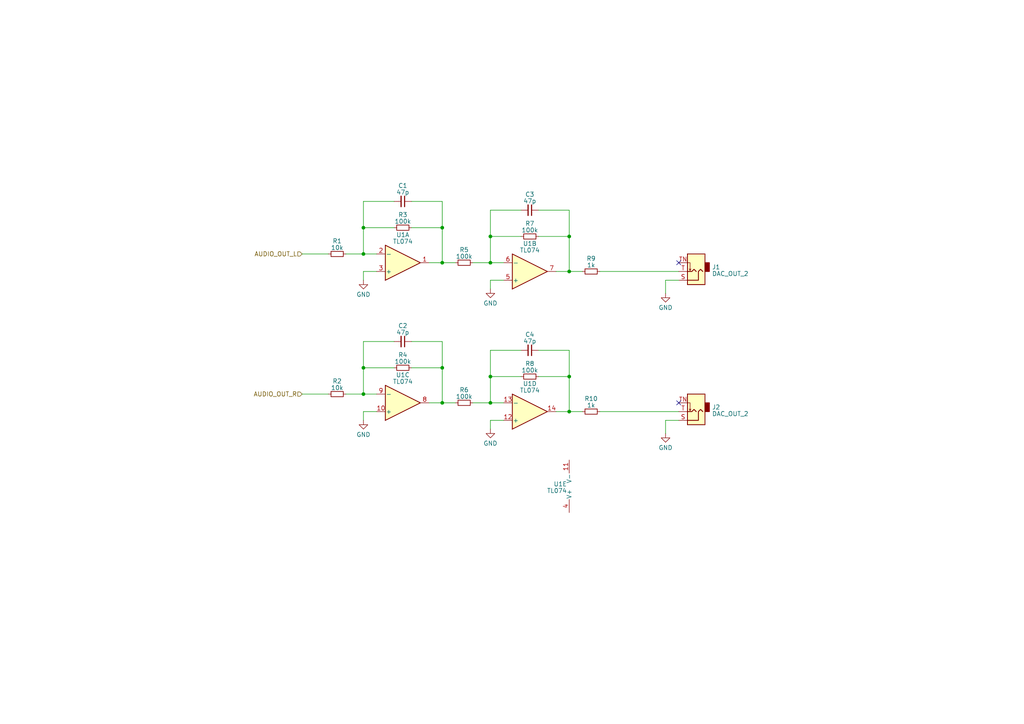
<source format=kicad_sch>
(kicad_sch (version 20230121) (generator eeschema)
  (paper "A4")
  (lib_symbols
    (symbol "Amplifier_Operational:TL074" (pin_names (offset 0.127))
      (property "Reference" "U" (at 0 5.08 0))
      (property "Value" "TL074" (at 0 -5.08 0))
      (symbol "TL074_1_1"
        (polyline (pts (xy -5.08 5.08) (xy 5.08 0) (xy -5.08 -5.08) (xy -5.08 5.08)) (stroke (width 0.254)) (fill (type background)))
        (pin output line (at 7.62 0 180) (length 2.54) (name "~") (number "1"))
        (pin input line (at -7.62 -2.54 0) (length 2.54) (name "-") (number "2"))
        (pin input line (at -7.62 2.54 0) (length 2.54) (name "+") (number "3"))
      )
      (symbol "TL074_2_1"
        (polyline (pts (xy -5.08 5.08) (xy 5.08 0) (xy -5.08 -5.08) (xy -5.08 5.08)) (stroke (width 0.254)) (fill (type background)))
        (pin input line (at -7.62 2.54 0) (length 2.54) (name "+") (number "5"))
        (pin input line (at -7.62 -2.54 0) (length 2.54) (name "-") (number "6"))
        (pin output line (at 7.62 0 180) (length 2.54) (name "~") (number "7"))
      )
      (symbol "TL074_3_1"
        (polyline (pts (xy -5.08 5.08) (xy 5.08 0) (xy -5.08 -5.08) (xy -5.08 5.08)) (stroke (width 0.254)) (fill (type background)))
        (pin input line (at -7.62 2.54 0) (length 2.54) (name "+") (number "10"))
        (pin output line (at 7.62 0 180) (length 2.54) (name "~") (number "8"))
        (pin input line (at -7.62 -2.54 0) (length 2.54) (name "-") (number "9"))
      )
      (symbol "TL074_4_1"
        (polyline (pts (xy -5.08 5.08) (xy 5.08 0) (xy -5.08 -5.08) (xy -5.08 5.08)) (stroke (width 0.254)) (fill (type background)))
        (pin input line (at -7.62 2.54 0) (length 2.54) (name "+") (number "12"))
        (pin input line (at -7.62 -2.54 0) (length 2.54) (name "-") (number "13"))
        (pin output line (at 7.62 0 180) (length 2.54) (name "~") (number "14"))
      )
      (symbol "TL074_5_1"
        (pin power_in line (at -2.54 -7.62 90) (length 3.81) (name "V-") (number "11"))
        (pin power_in line (at -2.54 7.62 270) (length 3.81) (name "V+") (number "4"))
      )
    )
    (symbol "Connector_Audio:AudioJack2_SwitchT"
      (property "Reference" "J" (at 0 8.89 0))
      (property "Value" "AudioJack2_SwitchT" (at 0 6.35 0))
      (symbol "AudioJack2_SwitchT_0_1"
        (rectangle (start -2.54 0) (end -3.81 -2.54) (stroke (width 0.254)) (fill (type outline)))
        (polyline (pts (xy 1.778 -0.254) (xy 2.032 -0.762)))
        (polyline (pts (xy 0 0) (xy 0.635 -0.635) (xy 1.27 0) (xy 2.54 0)) (stroke (width 0.254)))
        (polyline (pts (xy 2.54 -2.54) (xy 1.778 -2.54) (xy 1.778 -0.254) (xy 1.524 -0.762)))
        (polyline (pts (xy 2.54 2.54) (xy -0.635 2.54) (xy -0.635 0) (xy -1.27 -0.635) (xy -1.905 0)) (stroke (width 0.254)))
        (rectangle (start 2.54 3.81) (end -2.54 -5.08) (stroke (width 0.254)) (fill (type background)))
      )
      (symbol "AudioJack2_SwitchT_1_1"
        (pin passive line (at 5.08 2.54 180) (length 2.54) (name "~") (number "S"))
        (pin passive line (at 5.08 0 180) (length 2.54) (name "~") (number "T"))
        (pin passive line (at 5.08 -2.54 180) (length 2.54) (name "~") (number "TN"))
      )
    )
    (symbol "Device:C_Small" (pin_numbers hide) (pin_names (offset 0.254) hide)
      (property "Reference" "C" (at 0.254 1.778 0))
      (property "Value" "C_Small" (at 0.254 -2.032 0))
      (symbol "C_Small_0_1"
        (polyline (pts (xy -1.524 -0.508) (xy 1.524 -0.508)) (stroke (width 0.3302)))
        (polyline (pts (xy -1.524 0.508) (xy 1.524 0.508)) (stroke (width 0.3048)))
      )
      (symbol "C_Small_1_1"
        (pin passive line (at 0 2.54 270) (length 2.032) (name "~") (number "1"))
        (pin passive line (at 0 -2.54 90) (length 2.032) (name "~") (number "2"))
      )
    )
    (symbol "Device:R_Small" (pin_numbers hide) (pin_names (offset 0.254) hide)
      (property "Reference" "R" (at 0.762 0.508 0))
      (property "Value" "R_Small" (at 0.762 -1.016 0))
      (symbol "R_Small_0_1"
        (rectangle (start -0.762 1.778) (end 0.762 -1.778) (stroke (width 0.2032)))
      )
      (symbol "R_Small_1_1"
        (pin passive line (at 0 2.54 270) (length 0.762) (name "~") (number "1"))
        (pin passive line (at 0 -2.54 90) (length 0.762) (name "~") (number "2"))
      )
    )
    (symbol "power:GND" (power) (pin_names (offset 0))
      (property "Value" "GND" (at 0 -3.81 0))
      (symbol "GND_0_1"
        (polyline (pts (xy 0 0) (xy 0 -1.27) (xy 1.27 -1.27) (xy 0 -2.54) (xy -1.27 -1.27) (xy 0 -1.27)))
      )
      (symbol "GND_1_1"
        (pin power_in line (at 0 0 270) (length 0) hide (name "GND") (number "1"))
      )
    )
  )
  (junction (at 165.1 78.74))
  (junction (at 142.24 68.58))
  (junction (at 105.41 66.04))
  (junction (at 165.1 68.58))
  (junction (at 165.1 109.22))
  (junction (at 105.41 106.68))
  (junction (at 128.27 66.04))
  (junction (at 142.24 116.84))
  (junction (at 105.41 73.66))
  (junction (at 165.1 119.38))
  (junction (at 128.27 106.68))
  (junction (at 128.27 76.2))
  (junction (at 142.24 109.22))
  (junction (at 142.24 76.2))
  (junction (at 105.41 114.3))
  (junction (at 128.27 116.84))
  (no_connect (at 196.85 116.84))
  (no_connect (at 196.85 76.2))
  (wire (pts (xy 128.27 99.06) (xy 128.27 106.68)))
  (wire (pts (xy 100.33 114.3) (xy 105.41 114.3)))
  (wire (pts (xy 128.27 106.68) (xy 128.27 116.84)))
  (wire (pts (xy 142.24 68.58) (xy 142.24 60.96)))
  (wire (pts (xy 142.24 68.58) (xy 151.13 68.58)))
  (wire (pts (xy 105.41 66.04) (xy 105.41 58.42)))
  (wire (pts (xy 196.85 121.92) (xy 193.04 121.92)))
  (wire (pts (xy 128.27 76.2) (xy 132.08 76.2)))
  (wire (pts (xy 165.1 78.74) (xy 168.91 78.74)))
  (wire (pts (xy 173.99 78.74) (xy 196.85 78.74)))
  (wire (pts (xy 105.41 99.06) (xy 114.3 99.06)))
  (wire (pts (xy 142.24 81.28) (xy 146.05 81.28)))
  (wire (pts (xy 87.63 114.3) (xy 95.25 114.3)))
  (wire (pts (xy 156.21 101.6) (xy 165.1 101.6)))
  (wire (pts (xy 124.46 76.2) (xy 128.27 76.2)))
  (wire (pts (xy 105.41 73.66) (xy 109.22 73.66)))
  (wire (pts (xy 100.33 73.66) (xy 105.41 73.66)))
  (wire (pts (xy 161.29 78.74) (xy 165.1 78.74)))
  (wire (pts (xy 193.04 121.92) (xy 193.04 125.73)))
  (wire (pts (xy 119.38 58.42) (xy 128.27 58.42)))
  (wire (pts (xy 87.63 73.66) (xy 95.25 73.66)))
  (wire (pts (xy 142.24 121.92) (xy 146.05 121.92)))
  (wire (pts (xy 142.24 116.84) (xy 146.05 116.84)))
  (wire (pts (xy 105.41 106.68) (xy 114.3 106.68)))
  (wire (pts (xy 165.1 101.6) (xy 165.1 109.22)))
  (wire (pts (xy 156.21 60.96) (xy 165.1 60.96)))
  (wire (pts (xy 105.41 78.74) (xy 109.22 78.74)))
  (wire (pts (xy 105.41 73.66) (xy 105.41 66.04)))
  (wire (pts (xy 142.24 101.6) (xy 151.13 101.6)))
  (wire (pts (xy 173.99 119.38) (xy 196.85 119.38)))
  (wire (pts (xy 137.16 76.2) (xy 142.24 76.2)))
  (wire (pts (xy 142.24 83.82) (xy 142.24 81.28)))
  (wire (pts (xy 105.41 114.3) (xy 109.22 114.3)))
  (wire (pts (xy 142.24 76.2) (xy 142.24 68.58)))
  (wire (pts (xy 142.24 109.22) (xy 142.24 101.6)))
  (wire (pts (xy 142.24 124.46) (xy 142.24 121.92)))
  (wire (pts (xy 105.41 81.28) (xy 105.41 78.74)))
  (wire (pts (xy 165.1 60.96) (xy 165.1 68.58)))
  (wire (pts (xy 105.41 58.42) (xy 114.3 58.42)))
  (wire (pts (xy 142.24 60.96) (xy 151.13 60.96)))
  (wire (pts (xy 196.85 81.28) (xy 193.04 81.28)))
  (wire (pts (xy 193.04 81.28) (xy 193.04 85.09)))
  (wire (pts (xy 128.27 58.42) (xy 128.27 66.04)))
  (wire (pts (xy 105.41 119.38) (xy 109.22 119.38)))
  (wire (pts (xy 119.38 66.04) (xy 128.27 66.04)))
  (wire (pts (xy 128.27 66.04) (xy 128.27 76.2)))
  (wire (pts (xy 105.41 114.3) (xy 105.41 106.68)))
  (wire (pts (xy 105.41 106.68) (xy 105.41 99.06)))
  (wire (pts (xy 156.21 109.22) (xy 165.1 109.22)))
  (wire (pts (xy 142.24 76.2) (xy 146.05 76.2)))
  (wire (pts (xy 165.1 119.38) (xy 168.91 119.38)))
  (wire (pts (xy 128.27 116.84) (xy 132.08 116.84)))
  (wire (pts (xy 142.24 116.84) (xy 142.24 109.22)))
  (wire (pts (xy 124.46 116.84) (xy 128.27 116.84)))
  (wire (pts (xy 161.29 119.38) (xy 165.1 119.38)))
  (wire (pts (xy 105.41 121.92) (xy 105.41 119.38)))
  (wire (pts (xy 137.16 116.84) (xy 142.24 116.84)))
  (wire (pts (xy 165.1 68.58) (xy 165.1 78.74)))
  (wire (pts (xy 156.21 68.58) (xy 165.1 68.58)))
  (wire (pts (xy 105.41 66.04) (xy 114.3 66.04)))
  (wire (pts (xy 119.38 106.68) (xy 128.27 106.68)))
  (wire (pts (xy 119.38 99.06) (xy 128.27 99.06)))
  (wire (pts (xy 142.24 109.22) (xy 151.13 109.22)))
  (wire (pts (xy 165.1 109.22) (xy 165.1 119.38)))
  (hierarchical_label "AUDIO_OUT_L" (shape input) (at 87.63 73.66 180))
  (hierarchical_label "AUDIO_OUT_R" (shape input) (at 87.63 114.3 180))
  (symbol (lib_id "Device:C_Small") (at 116.84 58.42 270) (unit 1)
    (property "Reference" "C1" (at 116.8336 53.848 90))
    (property "Value" "47p" (at 116.8336 55.769 90))
    (property "Footprint" "Capacitor_SMD:C_0603_1608Metric" (effects hide))
    (instances (project "audrey-ii-simple_electronics" (path "" (reference "C1") (unit 1)) (path "" (reference "C1") (unit 1))) (project "daisy_dev" (path "" (reference "C9") (unit 1)) (path "" (reference "C15") (unit 1))))
  )
  (symbol (lib_id "Device:C_Small") (at 153.67 60.96 270) (unit 1)
    (property "Reference" "C3" (at 153.6636 56.388 90))
    (property "Value" "47p" (at 153.6636 58.309 90))
    (property "Footprint" "Capacitor_SMD:C_0603_1608Metric" (effects hide))
    (instances (project "audrey-ii-simple_electronics" (path "" (reference "C3") (unit 1)) (path "" (reference "C3") (unit 1))) (project "daisy_dev" (path "" (reference "C9") (unit 1)) (path "" (reference "C17") (unit 1))))
  )
  (symbol (lib_id "Amplifier_Operational:TL074") (at 116.84 116.84 0) (mirror x) (unit 3)
    (property "Reference" "U1" (at 116.84 108.7501 0))
    (property "Value" "TL074" (at 116.84 110.6711 0))
    (property "Footprint" "Package_SO:SOIC-14_3.9x8.7mm_P1.27mm" (effects hide))
    (property "Datasheet" "http://www.ti.com/lit/ds/symlink/tl071.pdf" (effects hide))
    (instances (project "audrey-ii-simple_electronics" (path "" (reference "U1") (unit 3)) (path "" (reference "U1") (unit 3))) (project "daisy_dev" (path "" (reference "U5") (unit 3))))
  )
  (symbol (lib_id "Device:R_Small") (at 153.67 109.22 90) (unit 1)
    (property "Reference" "R8" (at 153.67 105.4735 90))
    (property "Value" "100k" (at 153.67 107.3945 90))
    (property "Footprint" "Resistor_SMD:R_0603_1608Metric" (effects hide))
    (instances (project "audrey-ii-simple_electronics" (path "" (reference "R8") (unit 1)) (path "" (reference "R8") (unit 1))) (project "daisy_dev" (path "" (reference "R37") (unit 1)) (path "" (reference "R54") (unit 1))))
  )
  (symbol (lib_id "power:GND") (at 105.41 81.28 0) (unit 1)
    (property "Reference" "#PWR01" (effects hide))
    (property "Value" "GND" (at 105.41 85.4155 0))
    (instances (project "audrey-ii-simple_electronics" (path "" (reference "#PWR01") (unit 1)) (path "" (reference "#PWR01") (unit 1))) (project "daisy_dev" (path "" (reference "#PWR09") (unit 1)) (path "" (reference "#PWR033") (unit 1))))
  )
  (symbol (lib_id "Device:R_Small") (at 116.84 106.68 90) (unit 1)
    (property "Reference" "R4" (at 116.84 102.9335 90))
    (property "Value" "100k" (at 116.84 104.8545 90))
    (property "Footprint" "Resistor_SMD:R_0603_1608Metric" (effects hide))
    (instances (project "audrey-ii-simple_electronics" (path "" (reference "R4") (unit 1)) (path "" (reference "R4") (unit 1))) (project "daisy_dev" (path "" (reference "R37") (unit 1)) (path "" (reference "R50") (unit 1))))
  )
  (symbol (lib_id "Device:C_Small") (at 153.67 101.6 270) (unit 1)
    (property "Reference" "C4" (at 153.6636 97.028 90))
    (property "Value" "47p" (at 153.6636 98.949 90))
    (property "Footprint" "Capacitor_SMD:C_0603_1608Metric" (effects hide))
    (instances (project "audrey-ii-simple_electronics" (path "" (reference "C4") (unit 1)) (path "" (reference "C4") (unit 1))) (project "daisy_dev" (path "" (reference "C9") (unit 1)) (path "" (reference "C18") (unit 1))))
  )
  (symbol (lib_id "power:GND") (at 105.41 121.92 0) (unit 1)
    (property "Reference" "#PWR02" (effects hide))
    (property "Value" "GND" (at 105.41 126.0555 0))
    (instances (project "audrey-ii-simple_electronics" (path "" (reference "#PWR02") (unit 1)) (path "" (reference "#PWR02") (unit 1))) (project "daisy_dev" (path "" (reference "#PWR09") (unit 1)) (path "" (reference "#PWR034") (unit 1))))
  )
  (symbol (lib_id "power:GND") (at 142.24 124.46 0) (unit 1)
    (property "Reference" "#PWR04" (effects hide))
    (property "Value" "GND" (at 142.24 128.5955 0))
    (instances (project "audrey-ii-simple_electronics" (path "" (reference "#PWR04") (unit 1)) (path "" (reference "#PWR04") (unit 1))) (project "daisy_dev" (path "" (reference "#PWR09") (unit 1)) (path "" (reference "#PWR036") (unit 1))))
  )
  (symbol (lib_id "Amplifier_Operational:TL074") (at 153.67 78.74 0) (mirror x) (unit 2)
    (property "Reference" "U1" (at 153.67 70.6501 0))
    (property "Value" "TL074" (at 153.67 72.5711 0))
    (property "Footprint" "Package_SO:SOIC-14_3.9x8.7mm_P1.27mm" (effects hide))
    (property "Datasheet" "http://www.ti.com/lit/ds/symlink/tl071.pdf" (effects hide))
    (instances (project "audrey-ii-simple_electronics" (path "" (reference "U1") (unit 2)) (path "" (reference "U1") (unit 2))) (project "daisy_dev" (path "" (reference "U5") (unit 2))))
  )
  (symbol (lib_id "Amplifier_Operational:TL074") (at 116.84 76.2 0) (mirror x) (unit 1)
    (property "Reference" "U1" (at 116.84 68.1101 0))
    (property "Value" "TL074" (at 116.84 70.0311 0))
    (property "Footprint" "Package_SO:SOIC-14_3.9x8.7mm_P1.27mm" (effects hide))
    (property "Datasheet" "http://www.ti.com/lit/ds/symlink/tl071.pdf" (effects hide))
    (instances (project "audrey-ii-simple_electronics" (path "" (reference "U1") (unit 1)) (path "" (reference "U1") (unit 1))) (project "daisy_dev" (path "" (reference "U5") (unit 1))))
  )
  (symbol (lib_id "Device:R_Small") (at 153.67 68.58 90) (unit 1)
    (property "Reference" "R7" (at 153.67 64.8335 90))
    (property "Value" "100k" (at 153.67 66.7545 90))
    (property "Footprint" "Resistor_SMD:R_0603_1608Metric" (effects hide))
    (instances (project "audrey-ii-simple_electronics" (path "" (reference "R7") (unit 1)) (path "" (reference "R7") (unit 1))) (project "daisy_dev" (path "" (reference "R37") (unit 1)) (path "" (reference "R53") (unit 1))))
  )
  (symbol (lib_id "Device:R_Small") (at 134.62 76.2 90) (unit 1)
    (property "Reference" "R5" (at 134.62 72.4535 90))
    (property "Value" "100k" (at 134.62 74.3745 90))
    (property "Footprint" "Resistor_SMD:R_0603_1608Metric" (effects hide))
    (instances (project "audrey-ii-simple_electronics" (path "" (reference "R5") (unit 1)) (path "" (reference "R5") (unit 1))) (project "daisy_dev" (path "" (reference "R37") (unit 1)) (path "" (reference "R51") (unit 1))))
  )
  (symbol (lib_id "Connector_Audio:AudioJack2_SwitchT") (at 201.93 78.74 180) (unit 1)
    (property "Reference" "J1" (at 206.502 77.4613 0) (effects (justify right)))
    (property "Value" "DAC_OUT_2" (at 206.502 79.3823 0) (effects (justify right)))
    (property "Footprint" "util:Jack_3.5mm_QingPu_WQP-PJ398SM_Vertical_CircularHoles" (effects hide))
    (instances (project "audrey-ii-simple_electronics" (path "" (reference "J1") (unit 1)) (path "" (reference "J1") (unit 1))) (project "daisy_dev" (path "" (reference "J2") (unit 1)) (path "" (reference "J11") (unit 1))))
  )
  (symbol (lib_id "power:GND") (at 142.24 83.82 0) (unit 1)
    (property "Reference" "#PWR03" (effects hide))
    (property "Value" "GND" (at 142.24 87.9555 0))
    (instances (project "audrey-ii-simple_electronics" (path "" (reference "#PWR03") (unit 1)) (path "" (reference "#PWR03") (unit 1))) (project "daisy_dev" (path "" (reference "#PWR09") (unit 1)) (path "" (reference "#PWR035") (unit 1))))
  )
  (symbol (lib_id "Device:R_Small") (at 171.45 78.74 90) (unit 1)
    (property "Reference" "R9" (at 171.45 74.9935 90))
    (property "Value" "1k" (at 171.45 76.9145 90))
    (property "Footprint" "Resistor_SMD:R_0603_1608Metric" (effects hide))
    (instances (project "audrey-ii-simple_electronics" (path "" (reference "R9") (unit 1)) (path "" (reference "R9") (unit 1))) (project "daisy_dev" (path "" (reference "R37") (unit 1)) (path "" (reference "R55") (unit 1))))
  )
  (symbol (lib_id "Device:R_Small") (at 171.45 119.38 90) (unit 1)
    (property "Reference" "R10" (at 171.45 115.6335 90))
    (property "Value" "1k" (at 171.45 117.5545 90))
    (property "Footprint" "Resistor_SMD:R_0603_1608Metric" (effects hide))
    (instances (project "audrey-ii-simple_electronics" (path "" (reference "R10") (unit 1)) (path "" (reference "R10") (unit 1))) (project "daisy_dev" (path "" (reference "R37") (unit 1)) (path "" (reference "R56") (unit 1))))
  )
  (symbol (lib_id "Device:R_Small") (at 97.79 114.3 90) (unit 1)
    (property "Reference" "R2" (at 97.79 110.5535 90))
    (property "Value" "10k" (at 97.79 112.4745 90))
    (property "Footprint" "Resistor_SMD:R_0603_1608Metric" (effects hide))
    (instances (project "audrey-ii-simple_electronics" (path "" (reference "R2") (unit 1)) (path "" (reference "R2") (unit 1))) (project "daisy_dev" (path "" (reference "R37") (unit 1)) (path "" (reference "R48") (unit 1))))
  )
  (symbol (lib_id "Device:R_Small") (at 134.62 116.84 90) (unit 1)
    (property "Reference" "R6" (at 134.62 113.0935 90))
    (property "Value" "100k" (at 134.62 115.0145 90))
    (property "Footprint" "Resistor_SMD:R_0603_1608Metric" (effects hide))
    (instances (project "audrey-ii-simple_electronics" (path "" (reference "R6") (unit 1)) (path "" (reference "R6") (unit 1))) (project "daisy_dev" (path "" (reference "R37") (unit 1)) (path "" (reference "R52") (unit 1))))
  )
  (symbol (lib_id "power:GND") (at 193.04 125.73 0) (unit 1)
    (property "Reference" "#PWR06" (effects hide))
    (property "Value" "GND" (at 193.04 129.8655 0))
    (instances (project "audrey-ii-simple_electronics" (path "" (reference "#PWR06") (unit 1)) (path "" (reference "#PWR06") (unit 1))) (project "daisy_dev" (path "" (reference "#PWR09") (unit 1)) (path "" (reference "#PWR049") (unit 1))))
  )
  (symbol (lib_id "Device:R_Small") (at 97.79 73.66 90) (unit 1)
    (property "Reference" "R1" (at 97.79 69.9135 90))
    (property "Value" "10k" (at 97.79 71.8345 90))
    (property "Footprint" "Resistor_SMD:R_0603_1608Metric" (effects hide))
    (instances (project "audrey-ii-simple_electronics" (path "" (reference "R1") (unit 1)) (path "" (reference "R1") (unit 1))) (project "daisy_dev" (path "" (reference "R37") (unit 1)) (path "" (reference "R47") (unit 1))))
  )
  (symbol (lib_id "power:GND") (at 193.04 85.09 0) (unit 1)
    (property "Reference" "#PWR05" (effects hide))
    (property "Value" "GND" (at 193.04 89.2255 0))
    (instances (project "audrey-ii-simple_electronics" (path "" (reference "#PWR05") (unit 1)) (path "" (reference "#PWR05") (unit 1))) (project "daisy_dev" (path "" (reference "#PWR09") (unit 1)) (path "" (reference "#PWR048") (unit 1))))
  )
  (symbol (lib_id "Device:R_Small") (at 116.84 66.04 90) (unit 1)
    (property "Reference" "R3" (at 116.84 62.2935 90))
    (property "Value" "100k" (at 116.84 64.2145 90))
    (property "Footprint" "Resistor_SMD:R_0603_1608Metric" (effects hide))
    (instances (project "audrey-ii-simple_electronics" (path "" (reference "R3") (unit 1)) (path "" (reference "R3") (unit 1))) (project "daisy_dev" (path "" (reference "R37") (unit 1)) (path "" (reference "R49") (unit 1))))
  )
  (symbol (lib_id "Amplifier_Operational:TL074") (at 167.6339 141.0465 0) (mirror x) (unit 5)
    (property "Reference" "U1" (at 164.4589 140.4028 0) (effects (justify right)))
    (property "Value" "TL074" (at 164.4589 142.3238 0) (effects (justify right)))
    (property "Footprint" "Package_SO:SOIC-14_3.9x8.7mm_P1.27mm" (effects hide))
    (property "Datasheet" "http://www.ti.com/lit/ds/symlink/tl071.pdf" (effects hide))
    (instances (project "audrey-ii-simple_electronics" (path "" (reference "U1") (unit 5)) (path "" (reference "U1") (unit 5))) (project "daisy_dev" (path "" (reference "U5") (unit 5))))
  )
  (symbol (lib_id "Amplifier_Operational:TL074") (at 153.67 119.38 0) (mirror x) (unit 4)
    (property "Reference" "U1" (at 153.67 111.2901 0))
    (property "Value" "TL074" (at 153.67 113.2111 0))
    (property "Footprint" "Package_SO:SOIC-14_3.9x8.7mm_P1.27mm" (effects hide))
    (property "Datasheet" "http://www.ti.com/lit/ds/symlink/tl071.pdf" (effects hide))
    (instances (project "audrey-ii-simple_electronics" (path "" (reference "U1") (unit 4)) (path "" (reference "U1") (unit 4))) (project "daisy_dev" (path "" (reference "U5") (unit 4))))
  )
  (symbol (lib_id "Connector_Audio:AudioJack2_SwitchT") (at 201.93 119.38 180) (unit 1)
    (property "Reference" "J2" (at 206.502 118.1013 0) (effects (justify right)))
    (property "Value" "DAC_OUT_2" (at 206.502 120.0223 0) (effects (justify right)))
    (property "Footprint" "util:Jack_3.5mm_QingPu_WQP-PJ398SM_Vertical_CircularHoles" (effects hide))
    (instances (project "audrey-ii-simple_electronics" (path "" (reference "J2") (unit 1)) (path "" (reference "J2") (unit 1))) (project "daisy_dev" (path "" (reference "J2") (unit 1)) (path "" (reference "J13") (unit 1))))
  )
  (symbol (lib_id "Device:C_Small") (at 116.84 99.06 270) (unit 1)
    (property "Reference" "C2" (at 116.8336 94.488 90))
    (property "Value" "47p" (at 116.8336 96.409 90))
    (property "Footprint" "Capacitor_SMD:C_0603_1608Metric" (effects hide))
    (instances (project "audrey-ii-simple_electronics" (path "" (reference "C2") (unit 1)) (path "" (reference "C2") (unit 1))) (project "daisy_dev" (path "" (reference "C9") (unit 1)) (path "" (reference "C16") (unit 1))))
  )
)
</source>
